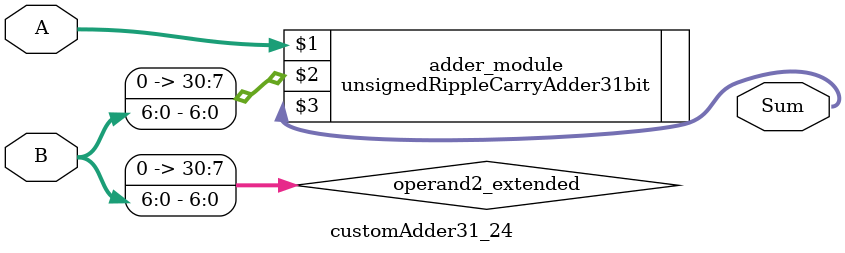
<source format=v>

module customAdder31_24(
                    input [30 : 0] A,
                    input [6 : 0] B,
                    
                    output [31 : 0] Sum
            );

    wire [30 : 0] operand2_extended;
    
    assign operand2_extended =  {24'b0, B};
    
    unsignedRippleCarryAdder31bit adder_module(
        A,
        operand2_extended,
        Sum
    );
    
endmodule
        
</source>
